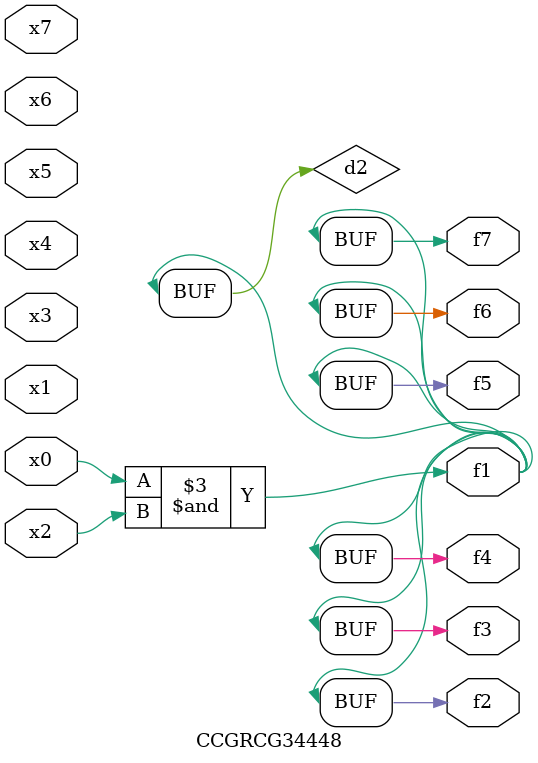
<source format=v>
module CCGRCG34448(
	input x0, x1, x2, x3, x4, x5, x6, x7,
	output f1, f2, f3, f4, f5, f6, f7
);

	wire d1, d2;

	nor (d1, x3, x6);
	and (d2, x0, x2);
	assign f1 = d2;
	assign f2 = d2;
	assign f3 = d2;
	assign f4 = d2;
	assign f5 = d2;
	assign f6 = d2;
	assign f7 = d2;
endmodule

</source>
